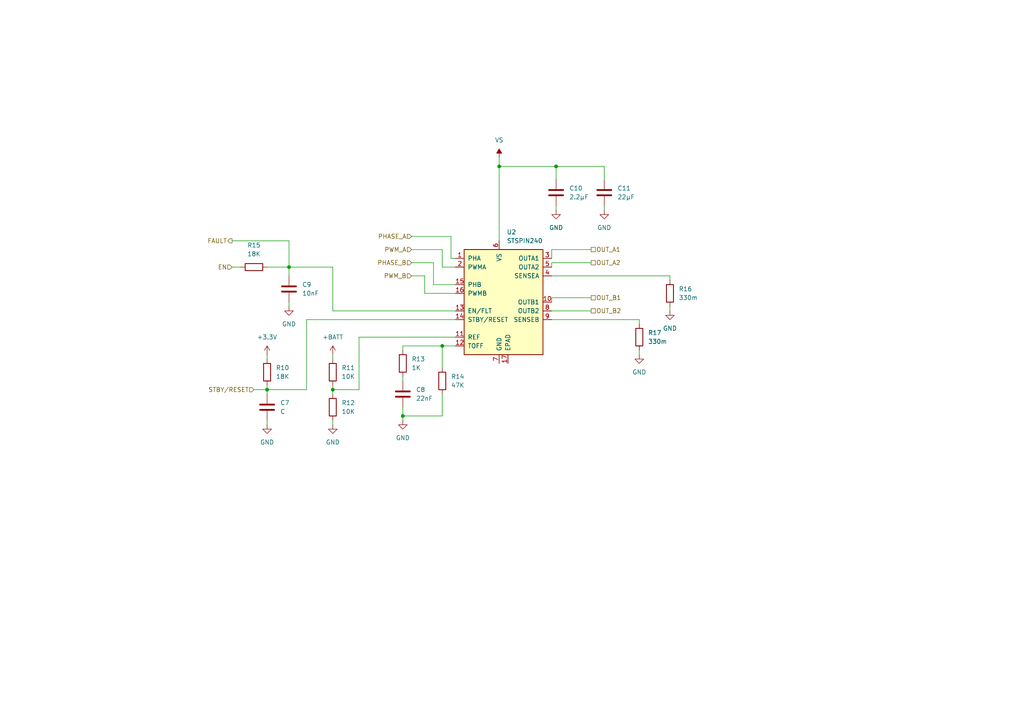
<source format=kicad_sch>
(kicad_sch (version 20230121) (generator eeschema)
  (paper "A4")
  (lib_symbols
    (symbol "Device:C" (pin_numbers hide) (pin_names (offset 0.254))
      (property "Reference" "C" (at 0.635 2.54 0))
      (property "Value" "C" (at 0.635 -2.54 0))
      (symbol "C_0_1"
        (polyline (pts (xy -2.032 -0.762) (xy 2.032 -0.762)) (stroke (width 0.508)))
        (polyline (pts (xy -2.032 0.762) (xy 2.032 0.762)) (stroke (width 0.508)))
      )
      (symbol "C_1_1"
        (pin passive line (at 0 3.81 270) (length 2.794) (name "~") (number "1"))
        (pin passive line (at 0 -3.81 90) (length 2.794) (name "~") (number "2"))
      )
    )
    (symbol "Device:R" (pin_numbers hide) (pin_names (offset 0))
      (property "Reference" "R" (at 2.032 0 90))
      (property "Value" "R" (at 0 0 90))
      (symbol "R_0_1"
        (rectangle (start -1.016 -2.54) (end 1.016 2.54) (stroke (width 0.254)))
      )
      (symbol "R_1_1"
        (pin passive line (at 0 3.81 270) (length 1.27) (name "~") (number "1"))
        (pin passive line (at 0 -3.81 90) (length 1.27) (name "~") (number "2"))
      )
    )
    (symbol "Driver_Motor:STSPIN240" (pin_names (offset 1.016))
      (property "Reference" "U" (at -10.16 16.51 0))
      (property "Value" "STSPIN240" (at 5.08 16.51 0))
      (symbol "STSPIN240_0_1"
        (rectangle (start -10.16 15.24) (end 12.7 -15.24) (stroke (width 0.254)) (fill (type background)))
      )
      (symbol "STSPIN240_1_1"
        (pin input line (at -12.7 12.7 0) (length 2.54) (name "PHA") (number "1"))
        (pin power_out line (at 15.24 0 180) (length 2.54) (name "OUTB1") (number "10"))
        (pin input line (at -12.7 -10.16 0) (length 2.54) (name "REF") (number "11"))
        (pin input line (at -12.7 -12.7 0) (length 2.54) (name "TOFF") (number "12"))
        (pin bidirectional line (at -12.7 -2.54 0) (length 2.54) (name "EN/FLT") (number "13"))
        (pin input line (at -12.7 -5.08 0) (length 2.54) (name "STBY/RESET") (number "14"))
        (pin input line (at -12.7 5.08 0) (length 2.54) (name "PHB") (number "15"))
        (pin input line (at -12.7 2.54 0) (length 2.54) (name "PWMB") (number "16"))
        (pin power_in line (at 2.54 -17.78 90) (length 2.54) (name "EPAD") (number "17"))
        (pin input line (at -12.7 10.16 0) (length 2.54) (name "PWMA") (number "2"))
        (pin power_out line (at 15.24 12.7 180) (length 2.54) (name "OUTA1") (number "3"))
        (pin power_out line (at 15.24 7.62 180) (length 2.54) (name "SENSEA") (number "4"))
        (pin power_out line (at 15.24 10.16 180) (length 2.54) (name "OUTA2") (number "5"))
        (pin power_in line (at 0 17.78 270) (length 2.54) (name "VS") (number "6"))
        (pin power_in line (at 0 -17.78 90) (length 2.54) (name "GND") (number "7"))
        (pin power_out line (at 15.24 -2.54 180) (length 2.54) (name "OUTB2") (number "8"))
        (pin power_out line (at 15.24 -5.08 180) (length 2.54) (name "SENSEB") (number "9"))
      )
    )
    (symbol "power:+3.3V" (power) (pin_names (offset 0))
      (property "Value" "+3.3V" (at 0 3.556 0))
      (symbol "+3.3V_0_1"
        (polyline (pts (xy -0.762 1.27) (xy 0 2.54)))
        (polyline (pts (xy 0 0) (xy 0 2.54)))
        (polyline (pts (xy 0 2.54) (xy 0.762 1.27)))
      )
      (symbol "+3.3V_1_1"
        (pin power_in line (at 0 0 90) (length 0) hide (name "+3.3V") (number "1"))
      )
    )
    (symbol "power:+BATT" (power) (pin_names (offset 0))
      (property "Value" "+BATT" (at 0 3.556 0))
      (symbol "+BATT_0_1"
        (polyline (pts (xy -0.762 1.27) (xy 0 2.54)))
        (polyline (pts (xy 0 0) (xy 0 2.54)))
        (polyline (pts (xy 0 2.54) (xy 0.762 1.27)))
      )
      (symbol "+BATT_1_1"
        (pin power_in line (at 0 0 90) (length 0) hide (name "+BATT") (number "1"))
      )
    )
    (symbol "power:GND" (power) (pin_names (offset 0))
      (property "Value" "GND" (at 0 -3.81 0))
      (symbol "GND_0_1"
        (polyline (pts (xy 0 0) (xy 0 -1.27) (xy 1.27 -1.27) (xy 0 -2.54) (xy -1.27 -1.27) (xy 0 -1.27)))
      )
      (symbol "GND_1_1"
        (pin power_in line (at 0 0 270) (length 0) hide (name "GND") (number "1"))
      )
    )
    (symbol "power:VS" (power) (pin_names (offset 0))
      (property "Value" "VS" (at 0 3.81 0))
      (symbol "VS_0_1"
        (polyline (pts (xy 0 0) (xy 0 2.54)))
        (polyline (pts (xy 0.762 1.27) (xy -0.762 1.27) (xy 0 2.54) (xy 0.762 1.27)) (fill (type outline)))
      )
      (symbol "VS_1_1"
        (pin power_in line (at 0 0 90) (length 0) hide (name "VS") (number "1"))
      )
    )
  )
  (junction (at 83.82 77.47))
  (junction (at 77.47 113.03))
  (junction (at 144.78 48.26))
  (junction (at 116.84 120.65))
  (junction (at 128.27 100.33))
  (junction (at 96.52 113.03))
  (junction (at 161.29 48.26))
  (wire (pts (xy 96.52 77.47) (xy 96.52 90.17)))
  (wire (pts (xy 185.42 92.71) (xy 185.42 93.98)))
  (wire (pts (xy 161.29 52.07) (xy 161.29 48.26)))
  (wire (pts (xy 160.02 90.17) (xy 171.45 90.17)))
  (wire (pts (xy 194.31 80.01) (xy 194.31 81.28)))
  (wire (pts (xy 83.82 77.47) (xy 83.82 80.01)))
  (wire (pts (xy 88.9 92.71) (xy 132.08 92.71)))
  (wire (pts (xy 119.38 80.01) (xy 123.19 80.01)))
  (wire (pts (xy 77.47 113.03) (xy 77.47 114.3)))
  (wire (pts (xy 116.84 120.65) (xy 116.84 121.92)))
  (wire (pts (xy 160.02 80.01) (xy 194.31 80.01)))
  (wire (pts (xy 83.82 77.47) (xy 96.52 77.47)))
  (wire (pts (xy 175.26 59.69) (xy 175.26 60.96)))
  (wire (pts (xy 161.29 48.26) (xy 175.26 48.26)))
  (wire (pts (xy 171.45 86.36) (xy 160.02 86.36)))
  (wire (pts (xy 160.02 72.39) (xy 160.02 74.93)))
  (wire (pts (xy 77.47 121.92) (xy 77.47 123.19)))
  (wire (pts (xy 104.14 97.79) (xy 132.08 97.79)))
  (wire (pts (xy 104.14 97.79) (xy 104.14 113.03)))
  (wire (pts (xy 144.78 48.26) (xy 144.78 69.85)))
  (wire (pts (xy 160.02 76.2) (xy 160.02 77.47)))
  (wire (pts (xy 125.73 82.55) (xy 132.08 82.55)))
  (wire (pts (xy 128.27 100.33) (xy 132.08 100.33)))
  (wire (pts (xy 161.29 48.26) (xy 144.78 48.26)))
  (wire (pts (xy 88.9 113.03) (xy 88.9 92.71)))
  (wire (pts (xy 77.47 102.87) (xy 77.47 104.14)))
  (wire (pts (xy 116.84 101.6) (xy 116.84 100.33)))
  (wire (pts (xy 128.27 72.39) (xy 128.27 77.47)))
  (wire (pts (xy 128.27 114.3) (xy 128.27 120.65)))
  (wire (pts (xy 116.84 100.33) (xy 128.27 100.33)))
  (wire (pts (xy 96.52 90.17) (xy 132.08 90.17)))
  (wire (pts (xy 77.47 77.47) (xy 83.82 77.47)))
  (wire (pts (xy 119.38 68.58) (xy 130.81 68.58)))
  (wire (pts (xy 73.66 113.03) (xy 77.47 113.03)))
  (wire (pts (xy 128.27 120.65) (xy 116.84 120.65)))
  (wire (pts (xy 130.81 74.93) (xy 132.08 74.93)))
  (wire (pts (xy 185.42 101.6) (xy 185.42 102.87)))
  (wire (pts (xy 67.31 69.85) (xy 83.82 69.85)))
  (wire (pts (xy 119.38 76.2) (xy 125.73 76.2)))
  (wire (pts (xy 161.29 59.69) (xy 161.29 60.96)))
  (wire (pts (xy 77.47 113.03) (xy 88.9 113.03)))
  (wire (pts (xy 123.19 85.09) (xy 132.08 85.09)))
  (wire (pts (xy 171.45 72.39) (xy 160.02 72.39)))
  (wire (pts (xy 96.52 114.3) (xy 96.52 113.03)))
  (wire (pts (xy 67.31 77.47) (xy 69.85 77.47)))
  (wire (pts (xy 128.27 100.33) (xy 128.27 106.68)))
  (wire (pts (xy 96.52 113.03) (xy 104.14 113.03)))
  (wire (pts (xy 96.52 102.87) (xy 96.52 104.14)))
  (wire (pts (xy 125.73 76.2) (xy 125.73 82.55)))
  (wire (pts (xy 175.26 52.07) (xy 175.26 48.26)))
  (wire (pts (xy 116.84 118.11) (xy 116.84 120.65)))
  (wire (pts (xy 128.27 72.39) (xy 119.38 72.39)))
  (wire (pts (xy 96.52 121.92) (xy 96.52 123.19)))
  (wire (pts (xy 130.81 68.58) (xy 130.81 74.93)))
  (wire (pts (xy 116.84 109.22) (xy 116.84 110.49)))
  (wire (pts (xy 171.45 76.2) (xy 160.02 76.2)))
  (wire (pts (xy 83.82 69.85) (xy 83.82 77.47)))
  (wire (pts (xy 144.78 45.72) (xy 144.78 48.26)))
  (wire (pts (xy 96.52 111.76) (xy 96.52 113.03)))
  (wire (pts (xy 132.08 77.47) (xy 128.27 77.47)))
  (wire (pts (xy 160.02 92.71) (xy 185.42 92.71)))
  (wire (pts (xy 83.82 87.63) (xy 83.82 88.9)))
  (wire (pts (xy 77.47 111.76) (xy 77.47 113.03)))
  (wire (pts (xy 160.02 86.36) (xy 160.02 87.63)))
  (wire (pts (xy 123.19 80.01) (xy 123.19 85.09)))
  (wire (pts (xy 194.31 88.9) (xy 194.31 90.17)))
  (hierarchical_label "PHASE_A" (shape input) (at 119.38 68.58 180))
  (hierarchical_label "OUT_A2" (shape passive) (at 171.45 76.2 0))
  (hierarchical_label "PWM_A" (shape input) (at 119.38 72.39 180))
  (hierarchical_label "FAULT" (shape output) (at 67.31 69.85 180))
  (hierarchical_label "PHASE_B" (shape input) (at 119.38 76.2 180))
  (hierarchical_label "PWM_B" (shape input) (at 119.38 80.01 180))
  (hierarchical_label "OUT_B2" (shape passive) (at 171.45 90.17 0))
  (hierarchical_label "OUT_A1" (shape passive) (at 171.45 72.39 0))
  (hierarchical_label "OUT_B1" (shape passive) (at 171.45 86.36 0))
  (hierarchical_label "STBY{slash}RESET" (shape input) (at 73.66 113.03 180))
  (hierarchical_label "EN" (shape input) (at 67.31 77.47 180))
  (symbol (lib_id "Device:C") (at 116.84 114.3 0) (unit 1)
    (property "Reference" "C8" (at 120.65 113.03 0) (effects (justify left)))
    (property "Value" "22nF" (at 120.65 115.57 0) (effects (justify left)))
  )
  (symbol (lib_id "Driver_Motor:STSPIN240") (at 144.78 87.63 0) (unit 1)
    (property "Reference" "U2" (at 146.9741 67.31 0) (effects (justify left)))
    (property "Value" "STSPIN240" (at 146.9741 69.85 0) (effects (justify left)))
    (property "Footprint" "Package_DFN_QFN:VQFN-16-1EP_3x3mm_P0.5mm_EP1.8x1.8mm" (effects hide))
    (property "Datasheet" "www.st.com/resource/en/datasheet/stspin240.pdf" (effects hide))
  )
  (symbol (lib_id "Device:R") (at 194.31 85.09 0) (unit 1)
    (property "Reference" "R16" (at 196.85 83.82 0) (effects (justify left)))
    (property "Value" "330m" (at 196.85 86.36 0) (effects (justify left)))
    (property "Footprint" "Resistor_SMD:R_0603_1608Metric" (effects hide))
  )
  (symbol (lib_id "Device:C") (at 83.82 83.82 0) (unit 1)
    (property "Reference" "C9" (at 87.63 82.55 0) (effects (justify left)))
    (property "Value" "10nF" (at 87.63 85.09 0) (effects (justify left)))
  )
  (symbol (lib_id "Device:R") (at 73.66 77.47 270) (unit 1)
    (property "Reference" "R15" (at 73.66 71.12 90))
    (property "Value" "18K" (at 73.66 73.66 90))
    (property "Footprint" "Resistor_SMD:R_0603_1608Metric" (effects hide))
  )
  (symbol (lib_id "Device:R") (at 116.84 105.41 0) (unit 1)
    (property "Reference" "R13" (at 119.38 104.14 0) (effects (justify left)))
    (property "Value" "1K" (at 119.38 106.68 0) (effects (justify left)))
    (property "Footprint" "Resistor_SMD:R_0603_1608Metric" (effects hide))
  )
  (symbol (lib_id "Device:C") (at 77.47 118.11 0) (unit 1)
    (property "Reference" "C7" (at 81.28 116.84 0) (effects (justify left)))
    (property "Value" "C" (at 81.28 119.38 0) (effects (justify left)))
  )
  (symbol (lib_id "power:GND") (at 194.31 90.17 0) (unit 1)
    (property "Reference" "#PWR017" (effects hide))
    (property "Value" "GND" (at 194.31 95.25 0))
  )
  (symbol (lib_id "Device:R") (at 96.52 107.95 0) (unit 1)
    (property "Reference" "R11" (at 99.06 106.68 0) (effects (justify left)))
    (property "Value" "10K" (at 99.06 109.22 0) (effects (justify left)))
    (property "Footprint" "Resistor_SMD:R_0603_1608Metric" (effects hide))
  )
  (symbol (lib_id "power:+3.3V") (at 77.47 102.87 0) (unit 1)
    (property "Reference" "#PWR08" (effects hide))
    (property "Value" "+3.3V" (at 77.47 97.79 0))
  )
  (symbol (lib_id "Device:C") (at 161.29 55.88 0) (unit 1)
    (property "Reference" "C10" (at 165.1 54.61 0) (effects (justify left)))
    (property "Value" "2.2µF" (at 165.1 57.15 0) (effects (justify left)))
  )
  (symbol (lib_id "power:GND") (at 161.29 60.96 0) (unit 1)
    (property "Reference" "#PWR015" (effects hide))
    (property "Value" "GND" (at 161.29 66.04 0))
  )
  (symbol (lib_id "power:GND") (at 77.47 123.19 0) (unit 1)
    (property "Reference" "#PWR011" (effects hide))
    (property "Value" "GND" (at 77.47 128.27 0))
  )
  (symbol (lib_id "Device:R") (at 77.47 107.95 0) (unit 1)
    (property "Reference" "R10" (at 80.01 106.68 0) (effects (justify left)))
    (property "Value" "18K" (at 80.01 109.22 0) (effects (justify left)))
    (property "Footprint" "Resistor_SMD:R_0603_1608Metric" (effects hide))
  )
  (symbol (lib_id "Device:R") (at 96.52 118.11 0) (unit 1)
    (property "Reference" "R12" (at 99.06 116.84 0) (effects (justify left)))
    (property "Value" "10K" (at 99.06 119.38 0) (effects (justify left)))
    (property "Footprint" "Resistor_SMD:R_0603_1608Metric" (effects hide))
  )
  (symbol (lib_id "Device:R") (at 128.27 110.49 0) (unit 1)
    (property "Reference" "R14" (at 130.81 109.22 0) (effects (justify left)))
    (property "Value" "47K" (at 130.81 111.76 0) (effects (justify left)))
    (property "Footprint" "Resistor_SMD:R_0603_1608Metric" (effects hide))
  )
  (symbol (lib_id "power:GND") (at 96.52 123.19 0) (unit 1)
    (property "Reference" "#PWR010" (effects hide))
    (property "Value" "GND" (at 96.52 128.27 0))
  )
  (symbol (lib_id "power:GND") (at 185.42 102.87 0) (unit 1)
    (property "Reference" "#PWR018" (effects hide))
    (property "Value" "GND" (at 185.42 107.95 0))
  )
  (symbol (lib_id "Device:R") (at 185.42 97.79 0) (unit 1)
    (property "Reference" "R17" (at 187.96 96.52 0) (effects (justify left)))
    (property "Value" "330m" (at 187.96 99.06 0) (effects (justify left)))
    (property "Footprint" "Resistor_SMD:R_0603_1608Metric" (effects hide))
  )
  (symbol (lib_id "power:GND") (at 175.26 60.96 0) (unit 1)
    (property "Reference" "#PWR016" (effects hide))
    (property "Value" "GND" (at 175.26 66.04 0))
  )
  (symbol (lib_id "power:VS") (at 144.78 45.72 0) (unit 1)
    (property "Reference" "#PWR014" (effects hide))
    (property "Value" "VS" (at 144.78 40.64 0))
  )
  (symbol (lib_id "power:GND") (at 116.84 121.92 0) (unit 1)
    (property "Reference" "#PWR012" (effects hide))
    (property "Value" "GND" (at 116.84 127 0))
  )
  (symbol (lib_id "Device:C") (at 175.26 55.88 0) (unit 1)
    (property "Reference" "C11" (at 179.07 54.61 0) (effects (justify left)))
    (property "Value" "22µF" (at 179.07 57.15 0) (effects (justify left)))
  )
  (symbol (lib_id "power:+BATT") (at 96.52 102.87 0) (unit 1)
    (property "Reference" "#PWR09" (effects hide))
    (property "Value" "+BATT" (at 96.52 97.79 0))
  )
  (symbol (lib_id "power:GND") (at 83.82 88.9 0) (unit 1)
    (property "Reference" "#PWR013" (effects hide))
    (property "Value" "GND" (at 83.82 93.98 0))
  )
)
</source>
